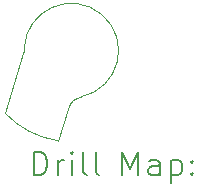
<source format=gbr>
%TF.GenerationSoftware,KiCad,Pcbnew,(7.0.0-0)*%
%TF.CreationDate,2023-05-05T14:03:47+08:00*%
%TF.ProjectId,TopPCB,546f7050-4342-42e6-9b69-6361645f7063,rev?*%
%TF.SameCoordinates,Original*%
%TF.FileFunction,Drillmap*%
%TF.FilePolarity,Positive*%
%FSLAX45Y45*%
G04 Gerber Fmt 4.5, Leading zero omitted, Abs format (unit mm)*
G04 Created by KiCad (PCBNEW (7.0.0-0)) date 2023-05-05 14:03:47*
%MOMM*%
%LPD*%
G01*
G04 APERTURE LIST*
%ADD10C,0.010000*%
%ADD11C,0.200000*%
G04 APERTURE END LIST*
D10*
X8083261Y-4391239D02*
X8076195Y-4392937D01*
X8069477Y-4394704D01*
X8063094Y-4396543D01*
X8057034Y-4398456D01*
X8051287Y-4400447D01*
X8045839Y-4402517D01*
X8040680Y-4404671D01*
X8035797Y-4406910D01*
X8031179Y-4409238D01*
X8026814Y-4411658D01*
X8022691Y-4414171D01*
X8018796Y-4416782D01*
X8015120Y-4419494D01*
X8011649Y-4422308D01*
X8008373Y-4425227D01*
X8005278Y-4428256D01*
X8002355Y-4431396D01*
X7999590Y-4434650D01*
X7996972Y-4438021D01*
X7994490Y-4441513D01*
X7992131Y-4445127D01*
X7989884Y-4448867D01*
X7987736Y-4452735D01*
X7985677Y-4456735D01*
X7983695Y-4460869D01*
X7981777Y-4465141D01*
X7979911Y-4469552D01*
X7978087Y-4474106D01*
X7976292Y-4478806D01*
X7974515Y-4483654D01*
X7972744Y-4488654D01*
X7970966Y-4493808D01*
X7598562Y-4001327D02*
X7598733Y-4000310D01*
X7598896Y-3999284D01*
X7599049Y-3998245D01*
X7599195Y-3997191D01*
X7599332Y-3996118D01*
X7599461Y-3995023D01*
X7599583Y-3993903D01*
X7599697Y-3992756D01*
X7599805Y-3991577D01*
X7599906Y-3990365D01*
X7600001Y-3989115D01*
X7600090Y-3987825D01*
X7600174Y-3986491D01*
X7600253Y-3985111D01*
X7600327Y-3983682D01*
X7600396Y-3982200D01*
X7436911Y-4526941D02*
G75*
G03*
X7887662Y-4762965I563089J526941D01*
G01*
X7593825Y-4019950D02*
X7436911Y-4526941D01*
X7887662Y-4762965D02*
X7970966Y-4493808D01*
X8083261Y-4391238D02*
G75*
G03*
X7600396Y-3982200I-83261J391238D01*
G01*
X7593825Y-4019950D02*
X7594261Y-4018531D01*
X7594674Y-4017161D01*
X7595067Y-4015835D01*
X7595438Y-4014552D01*
X7595790Y-4013308D01*
X7596123Y-4012099D01*
X7596437Y-4010924D01*
X7596734Y-4009778D01*
X7597014Y-4008659D01*
X7597278Y-4007565D01*
X7597526Y-4006491D01*
X7597760Y-4005434D01*
X7597979Y-4004393D01*
X7598186Y-4003363D01*
X7598379Y-4002342D01*
X7598562Y-4001327D01*
D11*
X7684030Y-5056941D02*
X7684030Y-4856941D01*
X7684030Y-4856941D02*
X7731649Y-4856941D01*
X7731649Y-4856941D02*
X7760221Y-4866465D01*
X7760221Y-4866465D02*
X7779268Y-4885513D01*
X7779268Y-4885513D02*
X7788792Y-4904561D01*
X7788792Y-4904561D02*
X7798316Y-4942656D01*
X7798316Y-4942656D02*
X7798316Y-4971227D01*
X7798316Y-4971227D02*
X7788792Y-5009322D01*
X7788792Y-5009322D02*
X7779268Y-5028370D01*
X7779268Y-5028370D02*
X7760221Y-5047418D01*
X7760221Y-5047418D02*
X7731649Y-5056941D01*
X7731649Y-5056941D02*
X7684030Y-5056941D01*
X7884030Y-5056941D02*
X7884030Y-4923608D01*
X7884030Y-4961703D02*
X7893554Y-4942656D01*
X7893554Y-4942656D02*
X7903078Y-4933132D01*
X7903078Y-4933132D02*
X7922125Y-4923608D01*
X7922125Y-4923608D02*
X7941173Y-4923608D01*
X8007840Y-5056941D02*
X8007840Y-4923608D01*
X8007840Y-4856941D02*
X7998316Y-4866465D01*
X7998316Y-4866465D02*
X8007840Y-4875989D01*
X8007840Y-4875989D02*
X8017363Y-4866465D01*
X8017363Y-4866465D02*
X8007840Y-4856941D01*
X8007840Y-4856941D02*
X8007840Y-4875989D01*
X8131649Y-5056941D02*
X8112601Y-5047418D01*
X8112601Y-5047418D02*
X8103078Y-5028370D01*
X8103078Y-5028370D02*
X8103078Y-4856941D01*
X8236411Y-5056941D02*
X8217363Y-5047418D01*
X8217363Y-5047418D02*
X8207840Y-5028370D01*
X8207840Y-5028370D02*
X8207840Y-4856941D01*
X8432602Y-5056941D02*
X8432602Y-4856941D01*
X8432602Y-4856941D02*
X8499268Y-4999799D01*
X8499268Y-4999799D02*
X8565935Y-4856941D01*
X8565935Y-4856941D02*
X8565935Y-5056941D01*
X8746887Y-5056941D02*
X8746887Y-4952180D01*
X8746887Y-4952180D02*
X8737363Y-4933132D01*
X8737363Y-4933132D02*
X8718316Y-4923608D01*
X8718316Y-4923608D02*
X8680221Y-4923608D01*
X8680221Y-4923608D02*
X8661173Y-4933132D01*
X8746887Y-5047418D02*
X8727840Y-5056941D01*
X8727840Y-5056941D02*
X8680221Y-5056941D01*
X8680221Y-5056941D02*
X8661173Y-5047418D01*
X8661173Y-5047418D02*
X8651649Y-5028370D01*
X8651649Y-5028370D02*
X8651649Y-5009322D01*
X8651649Y-5009322D02*
X8661173Y-4990275D01*
X8661173Y-4990275D02*
X8680221Y-4980751D01*
X8680221Y-4980751D02*
X8727840Y-4980751D01*
X8727840Y-4980751D02*
X8746887Y-4971227D01*
X8842125Y-4923608D02*
X8842125Y-5123608D01*
X8842125Y-4933132D02*
X8861173Y-4923608D01*
X8861173Y-4923608D02*
X8899268Y-4923608D01*
X8899268Y-4923608D02*
X8918316Y-4933132D01*
X8918316Y-4933132D02*
X8927840Y-4942656D01*
X8927840Y-4942656D02*
X8937363Y-4961703D01*
X8937363Y-4961703D02*
X8937363Y-5018846D01*
X8937363Y-5018846D02*
X8927840Y-5037894D01*
X8927840Y-5037894D02*
X8918316Y-5047418D01*
X8918316Y-5047418D02*
X8899268Y-5056941D01*
X8899268Y-5056941D02*
X8861173Y-5056941D01*
X8861173Y-5056941D02*
X8842125Y-5047418D01*
X9023078Y-5037894D02*
X9032602Y-5047418D01*
X9032602Y-5047418D02*
X9023078Y-5056941D01*
X9023078Y-5056941D02*
X9013554Y-5047418D01*
X9013554Y-5047418D02*
X9023078Y-5037894D01*
X9023078Y-5037894D02*
X9023078Y-5056941D01*
X9023078Y-4933132D02*
X9032602Y-4942656D01*
X9032602Y-4942656D02*
X9023078Y-4952180D01*
X9023078Y-4952180D02*
X9013554Y-4942656D01*
X9013554Y-4942656D02*
X9023078Y-4933132D01*
X9023078Y-4933132D02*
X9023078Y-4952180D01*
M02*

</source>
